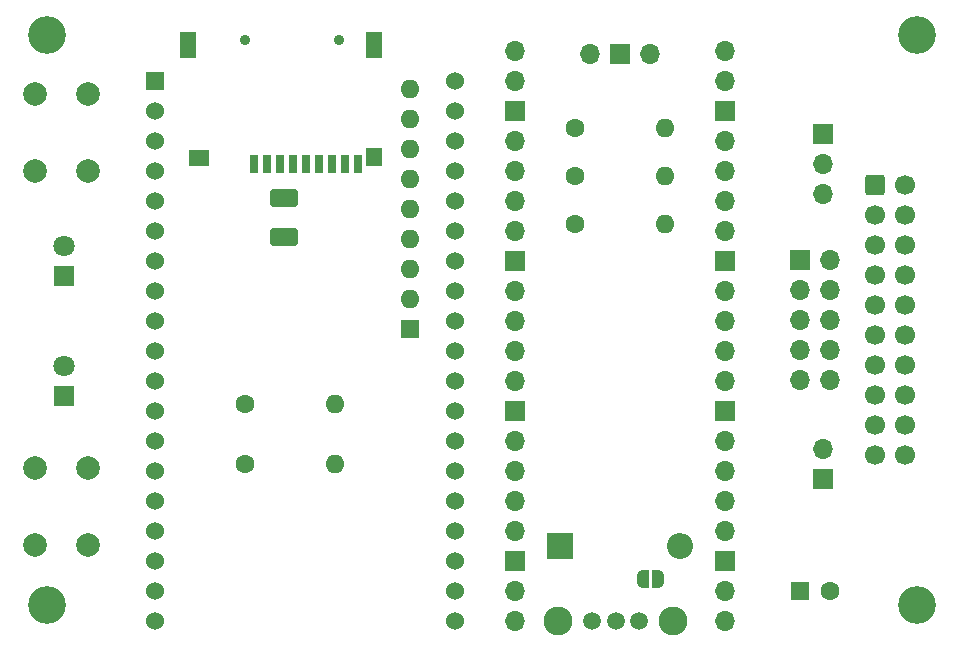
<source format=gbr>
%TF.GenerationSoftware,KiCad,Pcbnew,7.0.10*%
%TF.CreationDate,2024-01-20T12:51:41-06:00*%
%TF.ProjectId,Apple-68k-FujiNet-Rev0,4170706c-652d-4363-986b-2d46756a694e,Rev 0*%
%TF.SameCoordinates,Original*%
%TF.FileFunction,Soldermask,Top*%
%TF.FilePolarity,Negative*%
%FSLAX46Y46*%
G04 Gerber Fmt 4.6, Leading zero omitted, Abs format (unit mm)*
G04 Created by KiCad (PCBNEW 7.0.10) date 2024-01-20 12:51:41*
%MOMM*%
%LPD*%
G01*
G04 APERTURE LIST*
G04 Aperture macros list*
%AMRoundRect*
0 Rectangle with rounded corners*
0 $1 Rounding radius*
0 $2 $3 $4 $5 $6 $7 $8 $9 X,Y pos of 4 corners*
0 Add a 4 corners polygon primitive as box body*
4,1,4,$2,$3,$4,$5,$6,$7,$8,$9,$2,$3,0*
0 Add four circle primitives for the rounded corners*
1,1,$1+$1,$2,$3*
1,1,$1+$1,$4,$5*
1,1,$1+$1,$6,$7*
1,1,$1+$1,$8,$9*
0 Add four rect primitives between the rounded corners*
20,1,$1+$1,$2,$3,$4,$5,0*
20,1,$1+$1,$4,$5,$6,$7,0*
20,1,$1+$1,$6,$7,$8,$9,0*
20,1,$1+$1,$8,$9,$2,$3,0*%
%AMFreePoly0*
4,1,19,0.500000,-0.750000,0.000000,-0.750000,0.000000,-0.744911,-0.071157,-0.744911,-0.207708,-0.704816,-0.327430,-0.627875,-0.420627,-0.520320,-0.479746,-0.390866,-0.500000,-0.250000,-0.500000,0.250000,-0.479746,0.390866,-0.420627,0.520320,-0.327430,0.627875,-0.207708,0.704816,-0.071157,0.744911,0.000000,0.744911,0.000000,0.750000,0.500000,0.750000,0.500000,-0.750000,0.500000,-0.750000,
$1*%
%AMFreePoly1*
4,1,19,0.000000,0.744911,0.071157,0.744911,0.207708,0.704816,0.327430,0.627875,0.420627,0.520320,0.479746,0.390866,0.500000,0.250000,0.500000,-0.250000,0.479746,-0.390866,0.420627,-0.520320,0.327430,-0.627875,0.207708,-0.704816,0.071157,-0.744911,0.000000,-0.744911,0.000000,-0.750000,-0.500000,-0.750000,-0.500000,0.750000,0.000000,0.750000,0.000000,0.744911,0.000000,0.744911,
$1*%
G04 Aperture macros list end*
%ADD10R,1.800000X1.800000*%
%ADD11C,1.800000*%
%ADD12C,2.000000*%
%ADD13O,1.700000X1.700000*%
%ADD14R,1.700000X1.700000*%
%ADD15C,1.600000*%
%ADD16O,1.600000X1.600000*%
%ADD17FreePoly0,180.000000*%
%ADD18FreePoly1,180.000000*%
%ADD19R,1.530000X1.530000*%
%ADD20C,1.530000*%
%ADD21C,3.200000*%
%ADD22RoundRect,0.250001X-0.924999X0.499999X-0.924999X-0.499999X0.924999X-0.499999X0.924999X0.499999X0*%
%ADD23RoundRect,0.250000X-0.600000X-0.600000X0.600000X-0.600000X0.600000X0.600000X-0.600000X0.600000X0*%
%ADD24C,1.700000*%
%ADD25R,1.600000X1.600000*%
%ADD26C,0.900000*%
%ADD27R,0.700000X1.600000*%
%ADD28R,1.400000X1.600000*%
%ADD29R,1.400000X2.200000*%
%ADD30R,1.800000X1.400000*%
%ADD31C,1.512000*%
%ADD32C,2.454000*%
%ADD33O,2.200000X2.200000*%
%ADD34R,2.200000X2.200000*%
G04 APERTURE END LIST*
D10*
%TO.C,D2*%
X118618000Y-104775000D03*
D11*
X118618000Y-102235000D03*
%TD*%
D10*
%TO.C,D1*%
X118618000Y-94615000D03*
D11*
X118618000Y-92075000D03*
%TD*%
D12*
%TO.C,SW1*%
X120650000Y-79225000D03*
X120650000Y-85725000D03*
X116150000Y-79225000D03*
X116150000Y-85725000D03*
%TD*%
D13*
%TO.C,U1*%
X174625000Y-123835000D03*
X174625000Y-121295000D03*
D14*
X174625000Y-118755000D03*
D13*
X174625000Y-116215000D03*
X174625000Y-113675000D03*
X174625000Y-111135000D03*
X174625000Y-108595000D03*
D14*
X174625000Y-106055000D03*
D13*
X174625000Y-103515000D03*
X174625000Y-100975000D03*
X174625000Y-98435000D03*
X174625000Y-95895000D03*
D14*
X174625000Y-93355000D03*
D13*
X174625000Y-90815000D03*
X174625000Y-88275000D03*
X174625000Y-85735000D03*
X174625000Y-83195000D03*
D14*
X174625000Y-80655000D03*
D13*
X174625000Y-78115000D03*
X174625000Y-75575000D03*
X156845000Y-75575000D03*
X156845000Y-78115000D03*
D14*
X156845000Y-80655000D03*
D13*
X156845000Y-83195000D03*
X156845000Y-85735000D03*
X156845000Y-88275000D03*
X156845000Y-90815000D03*
D14*
X156845000Y-93355000D03*
D13*
X156845000Y-95895000D03*
X156845000Y-98435000D03*
X156845000Y-100975000D03*
X156845000Y-103515000D03*
D14*
X156845000Y-106055000D03*
D13*
X156845000Y-108595000D03*
X156845000Y-111135000D03*
X156845000Y-113675000D03*
X156845000Y-116215000D03*
D14*
X156845000Y-118755000D03*
D13*
X156845000Y-121295000D03*
X156845000Y-123835000D03*
X168275000Y-75805000D03*
D14*
X165735000Y-75805000D03*
D13*
X163195000Y-75805000D03*
%TD*%
D14*
%TO.C,J3*%
X182880000Y-111760000D03*
D13*
X182880000Y-109220000D03*
%TD*%
D15*
%TO.C,R3*%
X161925000Y-82070000D03*
D16*
X169545000Y-82070000D03*
%TD*%
D17*
%TO.C,JP1*%
X168925000Y-120269000D03*
D18*
X167625000Y-120269000D03*
%TD*%
D19*
%TO.C,U2*%
X126365000Y-78115000D03*
D20*
X126365000Y-80655000D03*
X126365000Y-83195000D03*
X126365000Y-85735000D03*
X126365000Y-88275000D03*
X126365000Y-90815000D03*
X126365000Y-93355000D03*
X126365000Y-95895000D03*
X126365000Y-98435000D03*
X126365000Y-100975000D03*
X126365000Y-103515000D03*
X126365000Y-106055000D03*
X126365000Y-108595000D03*
X126365000Y-111135000D03*
X126365000Y-113675000D03*
X126365000Y-116215000D03*
X126365000Y-118755000D03*
X126365000Y-121295000D03*
X126365000Y-123835000D03*
X151765000Y-123835000D03*
X151765000Y-121295000D03*
X151765000Y-118755000D03*
X151765000Y-116215000D03*
X151765000Y-113675000D03*
X151765000Y-111135000D03*
X151765000Y-108595000D03*
X151765000Y-106055000D03*
X151765000Y-103515000D03*
X151765000Y-100975000D03*
X151765000Y-98435000D03*
X151765000Y-95895000D03*
X151765000Y-93355000D03*
X151765000Y-90815000D03*
X151765000Y-88275000D03*
X151765000Y-85735000D03*
X151765000Y-83195000D03*
X151765000Y-80655000D03*
X151765000Y-78115000D03*
%TD*%
D15*
%TO.C,R4*%
X133985000Y-110490000D03*
D16*
X141605000Y-110490000D03*
%TD*%
D21*
%TO.C,H1*%
X190881000Y-74168000D03*
%TD*%
D14*
%TO.C,J2*%
X180975000Y-93223000D03*
D13*
X183515000Y-93223000D03*
X180975000Y-95763000D03*
X183515000Y-95763000D03*
X180975000Y-98303000D03*
X183515000Y-98303000D03*
X180975000Y-100843000D03*
X183515000Y-100843000D03*
X180975000Y-103383000D03*
X183515000Y-103383000D03*
%TD*%
D21*
%TO.C,H2*%
X190881000Y-122428000D03*
%TD*%
%TO.C,H3*%
X117221000Y-74168000D03*
%TD*%
D22*
%TO.C,C1*%
X137287000Y-88037000D03*
X137287000Y-91287000D03*
%TD*%
D21*
%TO.C,H4*%
X117221000Y-122428000D03*
%TD*%
D15*
%TO.C,R5*%
X133985000Y-105410000D03*
D16*
X141605000Y-105410000D03*
%TD*%
D23*
%TO.C,J1*%
X187325000Y-86868000D03*
D24*
X189865000Y-86868000D03*
X187325000Y-89408000D03*
X189865000Y-89408000D03*
X187325000Y-91948000D03*
X189865000Y-91948000D03*
X187325000Y-94488000D03*
X189865000Y-94488000D03*
X187325000Y-97028000D03*
X189865000Y-97028000D03*
X187325000Y-99568000D03*
X189865000Y-99568000D03*
X187325000Y-102108000D03*
X189865000Y-102108000D03*
X187325000Y-104648000D03*
X189865000Y-104648000D03*
X187325000Y-107188000D03*
X189865000Y-107188000D03*
X187325000Y-109728000D03*
X189865000Y-109728000D03*
%TD*%
D12*
%TO.C,SW2*%
X120650000Y-110848000D03*
X120650000Y-117348000D03*
X116150000Y-110848000D03*
X116150000Y-117348000D03*
%TD*%
D25*
%TO.C,RN1*%
X147955000Y-99060000D03*
D16*
X147955000Y-96520000D03*
X147955000Y-93980000D03*
X147955000Y-91440000D03*
X147955000Y-88900000D03*
X147955000Y-86360000D03*
X147955000Y-83820000D03*
X147955000Y-81280000D03*
X147955000Y-78740000D03*
%TD*%
D14*
%TO.C,J4*%
X182880000Y-82550000D03*
D13*
X182880000Y-85090000D03*
X182880000Y-87630000D03*
%TD*%
D15*
%TO.C,R2*%
X161925000Y-86120000D03*
D16*
X169545000Y-86120000D03*
%TD*%
D25*
%TO.C,C2*%
X180975000Y-121285000D03*
D15*
X183475000Y-121285000D03*
%TD*%
%TO.C,R1*%
X161925000Y-90170000D03*
D16*
X169545000Y-90170000D03*
%TD*%
D26*
%TO.C,P1*%
X141957600Y-74636800D03*
X133957600Y-74636800D03*
D27*
X134757600Y-85136800D03*
X135857600Y-85136800D03*
X136957600Y-85136800D03*
X138057600Y-85136800D03*
X139157600Y-85136800D03*
X140257600Y-85136800D03*
X141357600Y-85136800D03*
X142457600Y-85136800D03*
X143557600Y-85136800D03*
D28*
X144857600Y-84536800D03*
D29*
X144857600Y-75036800D03*
X129157600Y-75036800D03*
D30*
X130057600Y-84636800D03*
%TD*%
D31*
%TO.C,S1*%
X163330000Y-123825000D03*
X165330000Y-123825000D03*
X167330000Y-123825000D03*
D32*
X160480000Y-123825000D03*
X170180000Y-123825000D03*
%TD*%
D33*
%TO.C,D3*%
X170815000Y-117475000D03*
D34*
X160655000Y-117475000D03*
%TD*%
M02*

</source>
